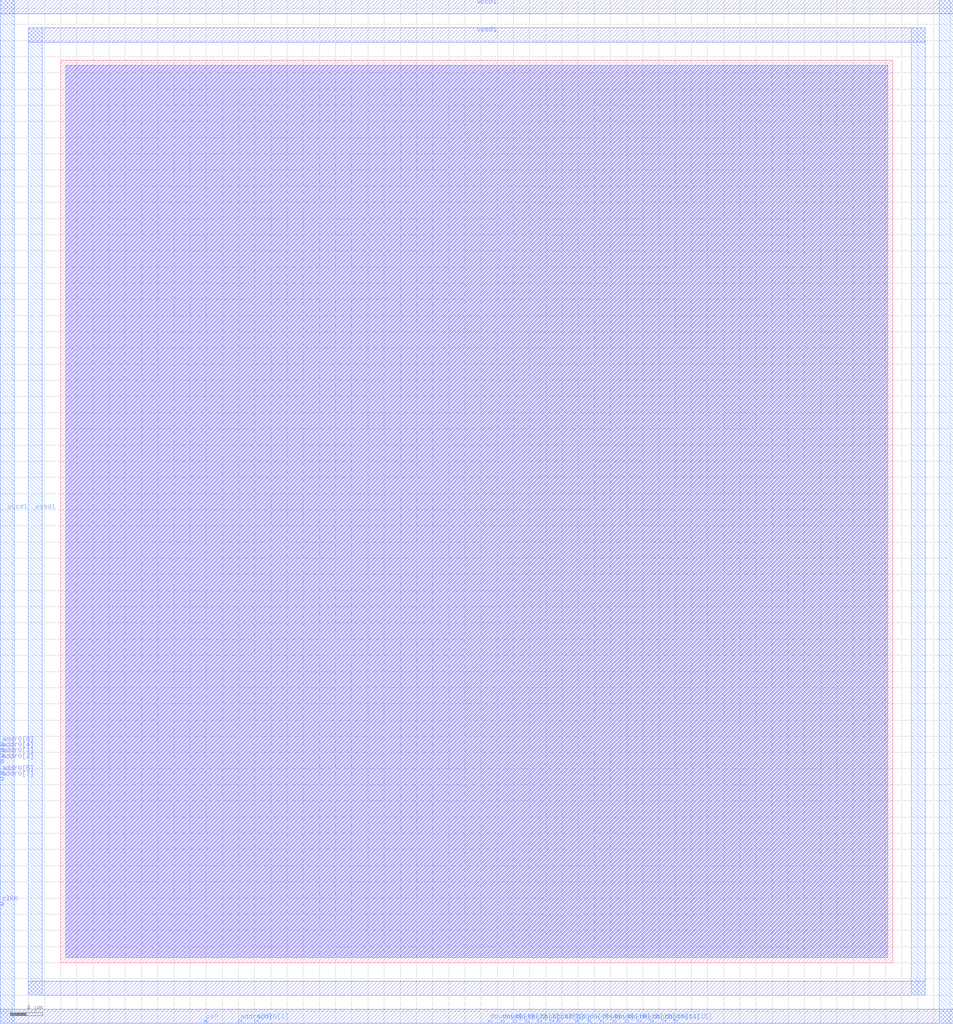
<source format=lef>
VERSION 5.4 ;
NAMESCASESENSITIVE ON ;
BUSBITCHARS "[]" ;
DIVIDERCHAR "/" ;
UNITS
  DATABASE MICRONS 1000 ;
END UNITS
MACRO rom_high
   CLASS BLOCK ;
   SIZE 102.91 BY 111.56 ;
   SYMMETRY X Y R90 ;
   PIN clk0
      DIRECTION INPUT ;
      PORT
         LAYER met3 ;
         RECT  -7.48 7.09 -7.1 7.47 ;
      END
   END clk0
   PIN cs0
      DIRECTION INPUT ;
      PORT
         LAYER met4 ;
         RECT  17.755 -7.48 18.135 -7.1 ;
      END
   END cs0
   PIN addr0[0]
      DIRECTION INPUT ;
      PORT
         LAYER met4 ;
         RECT  21.97 -7.48 22.35 -7.1 ;
      END
   END addr0[0]
   PIN addr0[1]
      DIRECTION INPUT ;
      PORT
         LAYER met4 ;
         RECT  24.01 -7.48 24.39 -7.1 ;
      END
   END addr0[1]
   PIN addr0[2]
      DIRECTION INPUT ;
      PORT
         LAYER met3 ;
         RECT  -7.48 24.71 -7.1 25.09 ;
      END
   END addr0[2]
   PIN addr0[3]
      DIRECTION INPUT ;
      PORT
         LAYER met3 ;
         RECT  -7.48 25.455 -7.1 25.835 ;
      END
   END addr0[3]
   PIN addr0[4]
      DIRECTION INPUT ;
      PORT
         LAYER met3 ;
         RECT  -7.48 26.145 -7.1 26.525 ;
      END
   END addr0[4]
   PIN addr0[5]
      DIRECTION INPUT ;
      PORT
         LAYER met3 ;
         RECT  -7.48 23.24 -7.1 23.62 ;
      END
   END addr0[5]
   PIN addr0[6]
      DIRECTION INPUT ;
      PORT
         LAYER met3 ;
         RECT  -7.48 26.835 -7.1 27.215 ;
      END
   END addr0[6]
   PIN addr0[7]
      DIRECTION INPUT ;
      PORT
         LAYER met3 ;
         RECT  -7.48 22.55 -7.1 22.93 ;
      END
   END addr0[7]
   PIN dout0[0]
      DIRECTION OUTPUT ;
      PORT
         LAYER met4 ;
         RECT  52.895 -7.48 53.275 -7.1 ;
      END
   END dout0[0]
   PIN dout0[1]
      DIRECTION OUTPUT ;
      PORT
         LAYER met4 ;
         RECT  54.435 -7.48 54.815 -7.1 ;
      END
   END dout0[1]
   PIN dout0[2]
      DIRECTION OUTPUT ;
      PORT
         LAYER met4 ;
         RECT  55.975 -7.48 56.355 -7.1 ;
      END
   END dout0[2]
   PIN dout0[3]
      DIRECTION OUTPUT ;
      PORT
         LAYER met4 ;
         RECT  57.515 -7.48 57.895 -7.1 ;
      END
   END dout0[3]
   PIN dout0[4]
      DIRECTION OUTPUT ;
      PORT
         LAYER met4 ;
         RECT  59.055 -7.48 59.435 -7.1 ;
      END
   END dout0[4]
   PIN dout0[5]
      DIRECTION OUTPUT ;
      PORT
         LAYER met4 ;
         RECT  60.595 -7.48 60.975 -7.1 ;
      END
   END dout0[5]
   PIN dout0[6]
      DIRECTION OUTPUT ;
      PORT
         LAYER met4 ;
         RECT  61.355 -7.48 61.735 -7.1 ;
      END
   END dout0[6]
   PIN dout0[7]
      DIRECTION OUTPUT ;
      PORT
         LAYER met4 ;
         RECT  63.675 -7.48 64.055 -7.1 ;
      END
   END dout0[7]
   PIN dout0[8]
      DIRECTION OUTPUT ;
      PORT
         LAYER met4 ;
         RECT  65.215 -7.48 65.595 -7.1 ;
      END
   END dout0[8]
   PIN dout0[9]
      DIRECTION OUTPUT ;
      PORT
         LAYER met4 ;
         RECT  66.755 -7.48 67.135 -7.1 ;
      END
   END dout0[9]
   PIN dout0[10]
      DIRECTION OUTPUT ;
      PORT
         LAYER met4 ;
         RECT  68.295 -7.48 68.675 -7.1 ;
      END
   END dout0[10]
   PIN dout0[11]
      DIRECTION OUTPUT ;
      PORT
         LAYER met4 ;
         RECT  69.835 -7.48 70.215 -7.1 ;
      END
   END dout0[11]
   PIN dout0[12]
      DIRECTION OUTPUT ;
      PORT
         LAYER met4 ;
         RECT  71.375 -7.48 71.755 -7.1 ;
      END
   END dout0[12]
   PIN dout0[13]
      DIRECTION OUTPUT ;
      PORT
         LAYER met4 ;
         RECT  72.915 -7.48 73.295 -7.1 ;
      END
   END dout0[13]
   PIN dout0[14]
      DIRECTION OUTPUT ;
      PORT
         LAYER met4 ;
         RECT  74.455 -7.48 74.835 -7.1 ;
      END
   END dout0[14]
   PIN dout0[15]
      DIRECTION OUTPUT ;
      PORT
         LAYER met4 ;
         RECT  75.905 -7.48 76.285 -7.1 ;
      END
   END dout0[15]
   PIN vccd1
      DIRECTION INOUT ;
      USE POWER ; 
      SHAPE ABUTMENT ; 
      PORT
         LAYER met3 ;
         RECT  -7.48 -7.48 110.39 -5.74 ;
         LAYER met3 ;
         RECT  -7.48 117.3 110.39 119.04 ;
         LAYER met4 ;
         RECT  108.65 -7.48 110.39 119.04 ;
         LAYER met4 ;
         RECT  -7.48 -7.48 -5.74 119.04 ;
      END
   END vccd1
   PIN vssd1
      DIRECTION INOUT ;
      USE GROUND ; 
      SHAPE ABUTMENT ; 
      PORT
         LAYER met4 ;
         RECT  105.17 -4.0 106.91 115.56 ;
         LAYER met3 ;
         RECT  -4.0 -4.0 106.91 -2.26 ;
         LAYER met4 ;
         RECT  -4.0 -4.0 -2.26 115.56 ;
         LAYER met3 ;
         RECT  -4.0 113.82 106.91 115.56 ;
      END
   END vssd1
   OBS
   LAYER  met1 ;
      RECT  0.62 0.62 102.29 110.94 ;
   LAYER  met2 ;
      RECT  0.62 0.62 102.29 110.94 ;
   LAYER  met3 ;
      RECT  0.62 0.62 102.29 110.94 ;
   LAYER  met4 ;
      RECT  0.62 0.62 102.29 110.94 ;
   END
END    rom_high
END    LIBRARY

</source>
